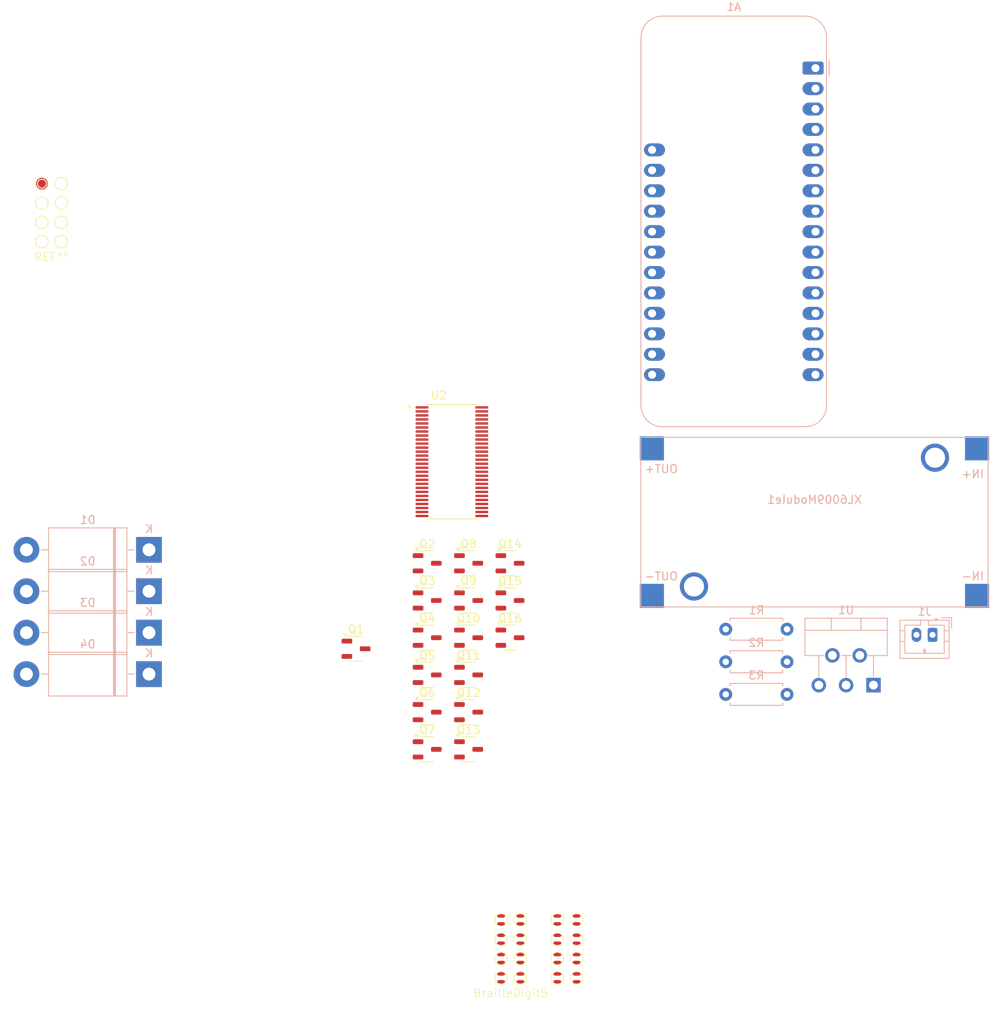
<source format=kicad_pcb>
(kicad_pcb (version 20240108) (generator "pcbnew") (generator_version "8.0")
  (layers (0 "F.Cu" signal) (31 "B.Cu" signal) (34 "B.Paste" user) (35 "F.Paste" user) (36 "B.SilkS" user "B.Silkscreen") (37 "F.SilkS" user "F.Silkscreen") (38 "B.Mask" user) (39 "F.Mask" user) (44 "Edge.Cuts" user))
  (net 0 "")
  (net 2 "Net-(A1-~{RESET})")
  (net 8 "Net-(A1-DAC2{slash}A0)")
  (net 10 "Net-(A1-USB)")
  (net 13 "Net-(A1-SDA{slash}IO23)")
  (net 26 "Net-(R1-Pad2)")
  (net 27 "Net-(A1-SCL{slash}IO22)")
  (net 29 "GND")
  (net 30 "Net-(R2-Pad2)")
  (net 31 "Net-(U1-V+)")
  (net 32 "GND1")
  (net 33 "Net-(T1-AA)")
  (net 35 "Net-(D1-A)")
  (net 36 "Net-(D2-A)")
  (net 59 "Net-(U2-~{RESET})")
  (net 64 "Net-(BrailleDigit5-D1P1)")
  (net 65 "Net-(Q1-B)")
  (net 66 "Vdrive")
  (net 67 "Net-(BrailleDigit5-D2P5)")
  (net 68 "Net-(BrailleDigit5-D2P4)")
  (net 69 "Net-(BrailleDigit5-D1P4)")
  (net 70 "Net-(BrailleDigit5-D2P6)")
  (net 71 "Net-(BrailleDigit5-D1P7)")
  (net 72 "Net-(BrailleDigit5-D1P2)")
  (net 73 "Net-(BrailleDigit5-D1P8)")
  (net 74 "Net-(BrailleDigit5-D2P1)")
  (net 75 "Net-(BrailleDigit5-D2P2)")
  (net 76 "Net-(BrailleDigit5-D1P5)")
  (net 77 "Net-(BrailleDigit5-D2P3)")
  (net 78 "Net-(BrailleDigit5-D1P6)")
  (net 79 "Net-(BrailleDigit5-D2P7)")
  (net 80 "Net-(BrailleDigit5-D1P3)")
  (net 81 "Net-(BrailleDigit5-D2P8)")
  (net 82 "Net-(Q2-B)")
  (net 83 "Net-(Q3-B)")
  (net 84 "Net-(Q4-B)")
  (net 85 "Net-(Q5-B)")
  (net 86 "Net-(Q6-B)")
  (net 87 "Net-(Q7-B)")
  (net 88 "Net-(Q8-B)")
  (net 89 "Net-(Q9-B)")
  (net 90 "Net-(Q10-B)")
  (net 91 "Net-(Q11-B)")
  (net 92 "Net-(Q12-B)")
  (net 93 "Net-(Q13-B)")
  (net 94 "Net-(Q14-B)")
  (net 95 "Net-(Q15-B)")
  (net 96 "Net-(Q16-B)")
  (footprint "Package_TO_SOT_SMD:SOT-23-3" (layer "F.Cu") (at 122.8875 108.425)
    (property "Reference" "Q1" (at 0 -2.4 0) (layer "F.SilkS"))
    (property "Value" "MMBTA42")
    (pad "1" smd roundrect (at -1.1375 -0.95) (size 1.325 0.6) (layers "F.Cu" "F.Paste" "F.Mask") (net 65 "Net-(Q1-B)"))
    (pad "2" smd roundrect (at -1.1375 0.95) (size 1.325 0.6) (layers "F.Cu" "F.Paste" "F.Mask") (net 64 "Net-(BrailleDigit5-D1P1)"))
    (pad "3" smd roundrect (at 1.1375 0) (size 1.325 0.6) (layers "F.Cu" "F.Paste" "F.Mask") (net 66 "Vdrive"))
  )
  (footprint "Package_TO_SOT_SMD:SOT-23-3" (layer "F.Cu") (at 131.7375 97.8)
    (property "Reference" "Q2" (at 0 -2.4 0) (layer "F.SilkS"))
    (property "Value" "MMBTA42")
    (pad "1" smd roundrect (at -1.1375 -0.95) (size 1.325 0.6) (layers "F.Cu" "F.Paste" "F.Mask") (net 82 "Net-(Q2-B)"))
    (pad "2" smd roundrect (at -1.1375 0.95) (size 1.325 0.6) (layers "F.Cu" "F.Paste" "F.Mask") (net 72 "Net-(BrailleDigit5-D1P2)"))
    (pad "3" smd roundrect (at 1.1375 0) (size 1.325 0.6) (layers "F.Cu" "F.Paste" "F.Mask") (net 66 "Vdrive"))
  )
  (footprint "CustomI2CFOOT:PCA9698-SOP50P810X120-56N" (layer "F.Cu") (at 134.81 85.175)
    (property "Reference" "U2" (at -1.626355 -8.241825 0) (layer "F.SilkS") (effects (font (size 1.000827 1.000827))))
    (property "Value" "PCA9698DGG_518")
    (pad "1" smd roundrect (at -3.715 -6.75) (size 1.59 0.29) (layers "F.Cu" "F.Paste" "F.Mask") (roundrect_rratio 0.035) (net 13 "Net-(A1-SDA{slash}IO23)"))
    (pad "2" smd roundrect (at -3.715 -6.25) (size 1.59 0.29) (layers "F.Cu" "F.Paste" "F.Mask") (roundrect_rratio 0.035) (net 27 "Net-(A1-SCL{slash}IO22)"))
    (pad "3" smd roundrect (at -3.715 -5.75) (size 1.59 0.29) (layers "F.Cu" "F.Paste" "F.Mask") (roundrect_rratio 0.035) (net 65 "Net-(Q1-B)"))
    (pad "4" smd roundrect (at -3.715 -5.25) (size 1.59 0.29) (layers "F.Cu" "F.Paste" "F.Mask") (roundrect_rratio 0.035) (net 82 "Net-(Q2-B)"))
    (pad "5" smd roundrect (at -3.715 -4.75) (size 1.59 0.29) (layers "F.Cu" "F.Paste" "F.Mask") (roundrect_rratio 0.035) (net 83 "Net-(Q3-B)"))
    (pad "6" smd roundrect (at -3.715 -4.25) (size 1.59 0.29) (layers "F.Cu" "F.Paste" "F.Mask") (roundrect_rratio 0.035) (net 29 "GND"))
    (pad "7" smd roundrect (at -3.715 -3.75) (size 1.59 0.29) (layers "F.Cu" "F.Paste" "F.Mask") (roundrect_rratio 0.035) (net 84 "Net-(Q4-B)"))
    (pad "8" smd roundrect (at -3.715 -3.25) (size 1.59 0.29) (layers "F.Cu" "F.Paste" "F.Mask") (roundrect_rratio 0.035) (net 85 "Net-(Q5-B)"))
    (pad "9" smd roundrect (at -3.715 -2.75) (size 1.59 0.29) (layers "F.Cu" "F.Paste" "F.Mask") (roundrect_rratio 0.035) (net 86 "Net-(Q6-B)"))
    (pad "10" smd roundrect (at -3.715 -2.25) (size 1.59 0.29) (layers "F.Cu" "F.Paste" "F.Mask") (roundrect_rratio 0.035) (net 87 "Net-(Q7-B)"))
    (pad "11" smd roundrect (at -3.715 -1.75) (size 1.59 0.29) (layers "F.Cu" "F.Paste" "F.Mask") (roundrect_rratio 0.035) (net 29 "GND"))
    (pad "12" smd roundrect (at -3.715 -1.25) (size 1.59 0.29) (layers "F.Cu" "F.Paste" "F.Mask") (roundrect_rratio 0.035) (net 88 "Net-(Q8-B)"))
    (pad "13" smd roundrect (at -3.715 -0.75) (size 1.59 0.29) (layers "F.Cu" "F.Paste" "F.Mask") (roundrect_rratio 0.035) (net 89 "Net-(Q9-B)"))
    (pad "14" smd roundrect (at -3.715 -0.25) (size 1.59 0.29) (layers "F.Cu" "F.Paste" "F.Mask") (roundrect_rratio 0.035) (net 90 "Net-(Q10-B)"))
    (pad "15" smd roundrect (at -3.715 0.25) (size 1.59 0.29) (layers "F.Cu" "F.Paste" "F.Mask") (roundrect_rratio 0.035) (net 91 "Net-(Q11-B)"))
    (pad "16" smd roundrect (at -3.715 0.75) (size 1.59 0.29) (layers "F.Cu" "F.Paste" "F.Mask") (roundrect_rratio 0.035) (net 92 "Net-(Q12-B)"))
    (pad "17" smd roundrect (at -3.715 1.25) (size 1.59 0.29) (layers "F.Cu" "F.Paste" "F.Mask") (roundrect_rratio 0.035) (net 93 "Net-(Q13-B)"))
    (pad "18" smd roundrect (at -3.715 1.75) (size 1.59 0.29) (layers "F.Cu" "F.Paste" "F.Mask") (roundrect_rratio 0.035) (net 31 "Net-(U1-V+)"))
    (pad "19" smd roundrect (at -3.715 2.25) (size 1.59 0.29) (layers "F.Cu" "F.Paste" "F.Mask") (roundrect_rratio 0.035) (net 94 "Net-(Q14-B)"))
    (pad "20" smd roundrect (at -3.715 2.75) (size 1.59 0.29) (layers "F.Cu" "F.Paste" "F.Mask") (roundrect_rratio 0.035) (net 95 "Net-(Q15-B)"))
    (pad "21" smd roundrect (at -3.715 3.25) (size 1.59 0.29) (layers "F.Cu" "F.Paste" "F.Mask") (roundrect_rratio 0.035) (net 96 "Net-(Q16-B)"))
    (pad "22" smd roundrect (at -3.715 3.75) (size 1.59 0.29) (layers "F.Cu" "F.Paste" "F.Mask") (roundrect_rratio 0.035))
    (pad "23" smd roundrect (at -3.715 4.25) (size 1.59 0.29) (layers "F.Cu" "F.Paste" "F.Mask") (roundrect_rratio 0.035) (net 29 "GND"))
    (pad "24" smd roundrect (at -3.715 4.75) (size 1.59 0.29) (layers "F.Cu" "F.Paste" "F.Mask") (roundrect_rratio 0.035))
    (pad "25" smd roundrect (at -3.715 5.25) (size 1.59 0.29) (layers "F.Cu" "F.Paste" "F.Mask") (roundrect_rratio 0.035))
    (pad "26" smd roundrect (at -3.715 5.75) (size 1.59 0.29) (layers "F.Cu" "F.Paste" "F.Mask") (roundrect_rratio 0.035))
    (pad "27" smd roundrect (at -3.715 6.25) (size 1.59 0.29) (layers "F.Cu" "F.Paste" "F.Mask") (roundrect_rratio 0.035) (net 29 "GND"))
    (pad "28" smd roundrect (at -3.715 6.75) (size 1.59 0.29) (layers "F.Cu" "F.Paste" "F.Mask") (roundrect_rratio 0.035) (net 29 "GND"))
    (pad "29" smd roundrect (at 3.715 6.75) (size 1.59 0.29) (layers "F.Cu" "F.Paste" "F.Mask") (roundrect_rratio 0.035) (net 29 "GND"))
    (pad "30" smd roundrect (at 3.715 6.25) (size 1.59 0.29) (layers "F.Cu" "F.Paste" "F.Mask") (roundrect_rratio 0.035))
    (pad "31" smd roundrect (at 3.715 5.75) (size 1.59 0.29) (layers "F.Cu" "F.Paste" "F.Mask") (roundrect_rratio 0.035))
    (pad "32" smd roundrect (at 3.715 5.25) (size 1.59 0.29) (layers "F.Cu" "F.Paste" "F.Mask") (roundrect_rratio 0.035))
    (pad "33" smd roundrect (at 3.715 4.75) (size 1.59 0.29) (layers "F.Cu" "F.Paste" "F.Mask") (roundrect_rratio 0.035))
    (pad "34" smd roundrect (at 3.715 4.25) (size 1.59 0.29) (layers "F.Cu" "F.Paste" "F.Mask") (roundrect_rratio 0.035) (net 29 "GND"))
    (pad "35" smd roundrect (at 3.715 3.75) (size 1.59 0.29) (layers "F.Cu" "F.Paste" "F.Mask") (roundrect_rratio 0.035))
    (pad "36" smd roundrect (at 3.715 3.25) (size 1.59 0.29) (layers "F.Cu" "F.Paste" "F.Mask") (roundrect_rratio 0.035))
    (pad "37" smd roundrect (at 3.715 2.75) (size 1.59 0.29) (layers "F.Cu" "F.Paste" "F.Mask") (roundrect_rratio 0.035))
    (pad "38" smd roundrect (at 3.715 2.25) (size 1.59 0.29) (layers "F.Cu" "F.Paste" "F.Mask") (roundrect_rratio 0.035))
    (pad "39" smd roundrect (at 3.715 1.75) (size 1.59 0.29) (layers "F.Cu" "F.Paste" "F.Mask") (roundrect_rratio 0.035) (net 29 "GND"))
    (pad "40" smd roundrect (at 3.715 1.25) (size 1.59 0.29) (layers "F.Cu" "F.Paste" "F.Mask") (roundrect_rratio 0.035))
    (pad "41" smd roundrect (at 3.715 0.75) (size 1.59 0.29) (layers "F.Cu" "F.Paste" "F.Mask") (roundrect_rratio 0.035))
    (pad "42" smd roundrect (at 3.715 0.25) (size 1.59 0.29) (layers "F.Cu" "F.Paste" "F.Mask") (roundrect_rratio 0.035))
    (pad "43" smd roundrect (at 3.715 -0.25) (size 1.59 0.29) (layers "F.Cu" "F.Paste" "F.Mask") (roundrect_rratio 0.035))
    (pad "44" smd roundrect (at 3.715 -0.75) (size 1.59 0.29) (layers "F.Cu" "F.Paste" "F.Mask") (roundrect_rratio 0.035))
    (pad "45" smd roundrect (at 3.715 -1.25) (size 1.59 0.29) (layers "F.Cu" "F.Paste" "F.Mask") (roundrect_rratio 0.035))
    (pad "46" smd roundrect (at 3.715 -1.75) (size 1.59 0.29) (layers "F.Cu" "F.Paste" "F.Mask") (roundrect_rratio 0.035) (net 31 "Net-(U1-V+)"))
    (pad "47" smd roundrect (at 3.715 -2.25) (size 1.59 0.29) (layers "F.Cu" "F.Paste" "F.Mask") (roundrect_rratio 0.035))
    (pad "48" smd roundrect (at 3.715 -2.75) (size 1.59 0.29) (layers "F.Cu" "F.Paste" "F.Mask") (roundrect_rratio 0.035))
    (pad "49" smd roundrect (at 3.715 -3.25) (size 1.59 0.29) (layers "F.Cu" "F.Paste" "F.Mask") (roundrect_rratio 0.035))
    (pad "50" smd roundrect (at 3.715 -3.75) (size 1.59 0.29) (layers "F.Cu" "F.Paste" "F.Mask") (roundrect_rratio 0.035))
    (pad "51" smd roundrect (at 3.715 -4.25) (size 1.59 0.29) (layers "F.Cu" "F.Paste" "F.Mask") (roundrect_rratio 0.035) (net 29 "GND"))
    (pad "52" smd roundrect (at 3.715 -4.75) (size 1.59 0.29) (layers "F.Cu" "F.Paste" "F.Mask") (roundrect_rratio 0.035))
    (pad "53" smd roundrect (at 3.715 -5.25) (size 1.59 0.29) (layers "F.Cu" "F.Paste" "F.Mask") (roundrect_rratio 0.035))
    (pad "54" smd roundrect (at 3.715 -5.75) (size 1.59 0.29) (layers "F.Cu" "F.Paste" "F.Mask") (roundrect_rratio 0.035))
    (pad "55" smd roundrect (at 3.715 -6.25) (size 1.59 0.29) (layers "F.Cu" "F.Paste" "F.Mask") (roundrect_rratio 0.035))
    (pad "56" smd roundrect (at 3.715 -6.75) (size 1.59 0.29) (layers "F.Cu" "F.Paste" "F.Mask") (roundrect_rratio 0.035) (net 59 "Net-(U2-~{RESET})"))
  )
  (footprint "Package_TO_SOT_SMD:SOT-23-3" (layer "F.Cu") (at 131.7375 107.05)
    (property "Reference" "Q4" (at 0 -2.4 0) (layer "F.SilkS"))
    (property "Value" "MMBTA42")
    (pad "1" smd roundrect (at -1.1375 -0.95) (size 1.325 0.6) (layers "F.Cu" "F.Paste" "F.Mask") (net 84 "Net-(Q4-B)"))
    (pad "2" smd roundrect (at -1.1375 0.95) (size 1.325 0.6) (layers "F.Cu" "F.Paste" "F.Mask") (net 69 "Net-(BrailleDigit5-D1P4)"))
    (pad "3" smd roundrect (at 1.1375 0) (size 1.325 0.6) (layers "F.Cu" "F.Paste" "F.Mask") (net 66 "Vdrive"))
  )
  (footprint "Package_TO_SOT_SMD:SOT-23-3" (layer "F.Cu") (at 136.8875 107.05)
    (property "Reference" "Q10" (at 0 -2.4 0) (layer "F.SilkS"))
    (property "Value" "MMBTA42")
    (pad "1" smd roundrect (at -1.1375 -0.95) (size 1.325 0.6) (layers "F.Cu" "F.Paste" "F.Mask") (net 90 "Net-(Q10-B)"))
    (pad "2" smd roundrect (at -1.1375 0.95) (size 1.325 0.6) (layers "F.Cu" "F.Paste" "F.Mask") (net 75 "Net-(BrailleDigit5-D2P2)"))
    (pad "3" smd roundrect (at 1.1375 0) (size 1.325 0.6) (layers "F.Cu" "F.Paste" "F.Mask") (net 66 "Vdrive"))
  )
  (footprint "Package_TO_SOT_SMD:SOT-23-3" (layer "F.Cu") (at 142.0375 97.8)
    (property "Reference" "Q14" (at 0 -2.4 0) (layer "F.SilkS"))
    (property "Value" "MMBTA42")
    (pad "1" smd roundrect (at -1.1375 -0.95) (size 1.325 0.6) (layers "F.Cu" "F.Paste" "F.Mask") (net 94 "Net-(Q14-B)"))
    (pad "2" smd roundrect (at -1.1375 0.95) (size 1.325 0.6) (layers "F.Cu" "F.Paste" "F.Mask") (net 70 "Net-(BrailleDigit5-D2P6)"))
    (pad "3" smd roundrect (at 1.1375 0) (size 1.325 0.6) (layers "F.Cu" "F.Paste" "F.Mask") (net 66 "Vdrive"))
  )
  (footprint "Package_TO_SOT_SMD:SOT-23-3" (layer "F.Cu") (at 142.0375 107.05)
    (property "Reference" "Q16" (at 0 -2.4 0) (layer "F.SilkS"))
    (property "Value" "MMBTA42")
    (pad "1" smd roundrect (at -1.1375 -0.95) (size 1.325 0.6) (layers "F.Cu" "F.Paste" "F.Mask") (net 96 "Net-(Q16-B)"))
    (pad "2" smd roundrect (at -1.1375 0.95) (size 1.325 0.6) (layers "F.Cu" "F.Paste" "F.Mask") (net 81 "Net-(BrailleDigit5-D2P8)"))
    (pad "3" smd roundrect (at 1.1375 0) (size 1.325 0.6) (layers "F.Cu" "F.Paste" "F.Mask") (net 66 "Vdrive"))
  )
  (footprint "Package_TO_SOT_SMD:SOT-23-3" (layer "F.Cu") (at 136.8875 111.675)
    (property "Reference" "Q11" (at 0 -2.4 0) (layer "F.SilkS"))
    (property "Value" "MMBTA42")
    (pad "1" smd roundrect (at -1.1375 -0.95) (size 1.325 0.6) (layers "F.Cu" "F.Paste" "F.Mask") (net 91 "Net-(Q11-B)"))
    (pad "2" smd roundrect (at -1.1375 0.95) (size 1.325 0.6) (layers "F.Cu" "F.Paste" "F.Mask") (net 77 "Net-(BrailleDigit5-D2P3)"))
    (pad "3" smd roundrect (at 1.1375 0) (size 1.325 0.6) (layers "F.Cu" "F.Paste" "F.Mask") (net 66 "Vdrive"))
  )
  (footprint "Package_TO_SOT_SMD:SOT-23-3" (layer "F.Cu") (at 136.8875 102.425)
    (property "Reference" "Q9" (at 0 -2.4 0) (layer "F.SilkS"))
    (property "Value" "MMBTA42")
    (pad "1" smd roundrect (at -1.1375 -0.95) (size 1.325 0.6) (layers "F.Cu" "F.Paste" "F.Mask") (net 89 "Net-(Q9-B)"))
    (pad "2" smd roundrect (at -1.1375 0.95) (size 1.325 0.6) (layers "F.Cu" "F.Paste" "F.Mask") (net 74 "Net-(BrailleDigit5-D2P1)"))
    (pad "3" smd roundrect (at 1.1375 0) (size 1.325 0.6) (layers "F.Cu" "F.Paste" "F.Mask") (net 66 "Vdrive"))
  )
  (footprint "Package_TO_SOT_SMD:SOT-23-3" (layer "F.Cu") (at 131.7375 102.425)
    (property "Reference" "Q3" (at 0 -2.4 0) (layer "F.SilkS"))
    (property "Value" "MMBTA42")
    (pad "1" smd roundrect (at -1.1375 -0.95) (size 1.325 0.6) (layers "F.Cu" "F.Paste" "F.Mask") (net 83 "Net-(Q3-B)"))
    (pad "2" smd roundrect (at -1.1375 0.95) (size 1.325 0.6) (layers "F.Cu" "F.Paste" "F.Mask") (net 80 "Net-(BrailleDigit5-D1P3)"))
    (pad "3" smd roundrect (at 1.1375 0) (size 1.325 0.6) (layers "F.Cu" "F.Paste" "F.Mask") (net 66 "Vdrive"))
  )
  (footprint "ETDBRFOOT:BraileDigit" (layer "F.Cu") (at 142.125 145.925)
    (property "Reference" "BrailleDigit5" (at 0 5.3 0) (layer "F.SilkS") (effects (font (thickness 0.1))))
    (property "Value" "~")
    (pad "0" smd roundrect (at -1.2 -3.275) (size 1 0.5) (layers "F.Cu" "F.Paste" "F.Mask") (roundrect_rratio 0.5))
    (pad "0" smd roundrect (at -1.2 -0.875) (size 1 0.5) (layers "F.Cu" "F.Paste" "F.Mask") (roundrect_rratio 0.5))
    (pad "0" smd roundrect (at -1.2 1.525) (size 1 0.5) (layers "F.Cu" "F.Paste" "F.Mask") (roundrect_rratio 0.5))
    (pad "0" smd roundrect (at -1.2 3.925) (size 1 0.5) (layers "F.Cu" "F.Paste" "F.Mask") (roundrect_rratio 0.5))
    (pad "0" smd roundrect (at 1.2 -3.275) (size 1 0.5) (layers "F.Cu" "F.Paste" "F.Mask") (roundrect_rratio 0.5))
    (pad "0" smd roundrect (at 1.2 -0.875) (size 1 0.5) (layers "F.Cu" "F.Paste" "F.Mask") (roundrect_rratio 0.5))
    (pad "0" smd roundrect (at 1.2 1.525) (size 1 0.5) (layers "F.Cu" "F.Paste" "F.Mask") (roundrect_rratio 0.5))
    (pad "0" smd roundrect (at 1.2 3.925) (size 1 0.5) (layers "F.Cu" "F.Paste" "F.Mask") (roundrect_rratio 0.5))
    (pad "0" smd roundrect (at 5.8 -3.275) (size 1 0.5) (layers "F.Cu" "F.Paste" "F.Mask") (roundrect_rratio 0.5))
    (pad "0" smd roundrect (at 5.8 -0.875) (size 1 0.5) (layers "F.Cu" "F.Paste" "F.Mask") (roundrect_rratio 0.5))
    (pad "0" smd roundrect (at 5.8 1.525) (size 1 0.5) (layers "F.Cu" "F.Paste" "F.Mask") (roundrect_rratio 0.5))
    (pad "0" smd roundrect (at 5.8 3.925) (size 1 0.5) (layers "F.Cu" "F.Paste" "F.Mask") (roundrect_rratio 0.5))
    (pad "0" smd roundrect (at 8.2 -3.275) (size 1 0.5) (layers "F.Cu" "F.Paste" "F.Mask") (roundrect_rratio 0.5))
    (pad "0" smd roundrect (at 8.2 -0.875) (size 1 0.5) (layers "F.Cu" "F.Paste" "F.Mask") (roundrect_rratio 0.5))
    (pad "0" smd roundrect (at 8.2 1.525) (size 1 0.5) (layers "F.Cu" "F.Paste" "F.Mask") (roundrect_rratio 0.5))
    (pad "0" smd roundrect (at 8.2 3.925) (size 1 0.5) (layers "F.Cu" "F.Paste" "F.Mask") (roundrect_rratio 0.5))
    (pad "1" smd roundrect (at -1.2 -4.325) (size 1 0.5) (layers "F.Cu" "F.Paste" "F.Mask") (roundrect_rratio 0.5) (net 64 "Net-(BrailleDigit5-D1P1)"))
    (pad "2" smd roundrect (at 1.2 -4.325) (size 1 0.5) (layers "F.Cu" "F.Paste" "F.Mask") (roundrect_rratio 0.5) (net 72 "Net-(BrailleDigit5-D1P2)"))
    (pad "3" smd roundrect (at -1.2 -1.925) (size 1 0.5) (layers "F.Cu" "F.Paste" "F.Mask") (roundrect_rratio 0.5) (net 80 "Net-(BrailleDigit5-D1P3)"))
    (pad "4" smd roundrect (at 1.2 -1.925) (size 1 0.5) (layers "F.Cu" "F.Paste" "F.Mask") (roundrect_rratio 0.5) (net 69 "Net-(BrailleDigit5-D1P4)"))
    (pad "5" smd roundrect (at -1.2 0.475) (size 1 0.5) (layers "F.Cu" "F.Paste" "F.Mask") (roundrect_rratio 0.5) (net 76 "Net-(BrailleDigit5-D1P5)"))
    (pad "6" smd roundrect (at 1.2 0.475) (size 1 0.5) (layers "F.Cu" "F.Paste" "F.Mask") (roundrect_rratio 0.5) (net 78 "Net-(BrailleDigit5-D1P6)"))
    (pad "7" smd roundrect (at -1.2 2.875) (size 1 0.5) (layers "F.Cu" "F.Paste" "F.Mask") (roundrect_rratio 0.5) (net 71 "Net-(BrailleDigit5-D1P7)"))
    (pad "8" smd roundrect (at 1.2 2.875) (size 1 0.5) (layers "F.Cu" "F.Paste" "F.Mask") (roundrect_rratio 0.5) (net 73 "Net-(BrailleDigit5-D1P8)"))
    (pad "9" smd roundrect (at 5.8 -4.325) (size 1 0.5) (layers "F.Cu" "F.Paste" "F.Mask") (roundrect_rratio 0.5) (net 74 "Net-(BrailleDigit5-D2P1)"))
    (pad "10" smd roundrect (at 8.2 -4.325) (size 1 0.5) (layers "F.Cu" "F.Paste" "F.Mask") (roundrect_rratio 0.5) (net 75 "Net-(BrailleDigit5-D2P2)"))
    (pad "11" smd roundrect (at 5.8 -1.925) (size 1 0.5) (layers "F.Cu" "F.Paste" "F.Mask") (roundrect_rratio 0.5) (net 77 "Net-(BrailleDigit5-D2P3)"))
    (pad "12" smd roundrect (at 8.2 -1.925) (size 1 0.5) (layers "F.Cu" "F.Paste" "F.Mask") (roundrect_rratio 0.5) (net 68 "Net-(BrailleDigit5-D2P4)"))
    (pad "13" smd roundrect (at 5.8 0.475) (size 1 0.5) (layers "F.Cu" "F.Paste" "F.Mask") (roundrect_rratio 0.5) (net 67 "Net-(BrailleDigit5-D2P5)"))
    (pad "14" smd roundrect (at 8.2 0.475) (size 1 0.5) (layers "F.Cu" "F.Paste" "F.Mask") (roundrect_rratio 0.5) (net 70 "Net-(BrailleDigit5-D2P6)"))
    (pad "15" smd roundrect (at 5.8 2.875) (size 1 0.5) (layers "F.Cu" "F.Paste" "F.Mask") (roundrect_rratio 0.5) (net 79 "Net-(BrailleDigit5-D2P7)"))
    (pad "16" smd roundrect (at 8.2 2.875) (size 1 0.5) (layers "F.Cu" "F.Paste" "F.Mask") (roundrect_rratio 0.5) (net 81 "Net-(BrailleDigit5-D2P8)"))
  )
  (footprint "Package_TO_SOT_SMD:SOT-23-3" (layer "F.Cu") (at 131.7375 120.925)
    (property "Reference" "Q7" (at 0 -2.4 0) (layer "F.SilkS"))
    (property "Value" "MMBTA42")
    (pad "1" smd roundrect (at -1.1375 -0.95) (size 1.325 0.6) (layers "F.Cu" "F.Paste" "F.Mask") (net 87 "Net-(Q7-B)"))
    (pad "2" smd roundrect (at -1.1375 0.95) (size 1.325 0.6) (layers "F.Cu" "F.Paste" "F.Mask") (net 71 "Net-(BrailleDigit5-D1P7)"))
    (pad "3" smd roundrect (at 1.1375 0) (size 1.325 0.6) (layers "F.Cu" "F.Paste" "F.Mask") (net 66 "Vdrive"))
  )
  (footprint "Package_TO_SOT_SMD:SOT-23-3" (layer "F.Cu") (at 142.0375 102.425)
    (property "Reference" "Q15" (at 0 -2.4 0) (layer "F.SilkS"))
    (property "Value" "MMBTA42")
    (pad "1" smd roundrect (at -1.1375 -0.95) (size 1.325 0.6) (layers "F.Cu" "F.Paste" "F.Mask") (net 95 "Net-(Q15-B)"))
    (pad "2" smd roundrect (at -1.1375 0.95) (size 1.325 0.6) (layers "F.Cu" "F.Paste" "F.Mask") (net 79 "Net-(BrailleDigit5-D2P7)"))
    (pad "3" smd roundrect (at 1.1375 0) (size 1.325 0.6) (layers "F.Cu" "F.Paste" "F.Mask") (net 66 "Vdrive"))
  )
  (footprint "Package_TO_SOT_SMD:SOT-23-3" (layer "F.Cu") (at 136.8875 116.3)
    (property "Reference" "Q12" (at 0 -2.4 0) (layer "F.SilkS"))
    (property "Value" "MMBTA42")
    (pad "1" smd roundrect (at -1.1375 -0.95) (size 1.325 0.6) (layers "F.Cu" "F.Paste" "F.Mask") (net 92 "Net-(Q12-B)"))
    (pad "2" smd roundrect (at -1.1375 0.95) (size 1.325 0.6) (layers "F.Cu" "F.Paste" "F.Mask") (net 68 "Net-(BrailleDigit5-D2P4)"))
    (pad "3" smd roundrect (at 1.1375 0) (size 1.325 0.6) (layers "F.Cu" "F.Paste" "F.Mask") (net 66 "Vdrive"))
  )
  (footprint "Package_TO_SOT_SMD:SOT-23-3" (layer "F.Cu") (at 131.7375 116.3)
    (property "Reference" "Q6" (at 0 -2.4 0) (layer "F.SilkS"))
    (property "Value" "MMBTA42")
    (pad "1" smd roundrect (at -1.1375 -0.95) (size 1.325 0.6) (layers "F.Cu" "F.Paste" "F.Mask") (net 86 "Net-(Q6-B)"))
    (pad "2" smd roundrect (at -1.1375 0.95) (size 1.325 0.6) (layers "F.Cu" "F.Paste" "F.Mask") (net 78 "Net-(BrailleDigit5-D1P6)"))
    (pad "3" smd roundrect (at 1.1375 0) (size 1.325 0.6) (layers "F.Cu" "F.Paste" "F.Mask") (net 66 "Vdrive"))
  )
  (footprint "ETDBRFOOT:v2_1xBrailleDigit" (layer "F.Cu") (at 85.025 54.425)
    (property "Reference" "REF**" (at 0 5.3 0) (layer "F.SilkS") (effects (font (thickness 0.1))))
    (property "Value" "v2_1xBrailleDigit")
    (pad "1" smd circle (at -1.2 -3.8) (size 1 1) (layers "F.Cu" "F.Paste" "F.Mask"))
    (pad "2" smd custom (at -0.492894 -3.8) (size 0.1 0.1) (layers "F.Cu" "F.Paste" "F.Mask") (options (clearance outline) (anchor circle)) (primitives (gr_circle (center -0.707106 0) (end -0.207106 0.5) (width 0.2) (fill no))))
  )
  (footprint "Package_TO_SOT_SMD:SOT-23-3" (layer "F.Cu") (at 131.7375 111.675)
    (property "Reference" "Q5" (at 0 -2.4 0) (layer "F.SilkS"))
    (property "Value" "MMBTA42")
    (pad "1" smd roundrect (at -1.1375 -0.95) (size 1.325 0.6) (layers "F.Cu" "F.Paste" "F.Mask") (net 85 "Net-(Q5-B)"))
    (pad "2" smd roundrect (at -1.1375 0.95) (size 1.325 0.6) (layers "F.Cu" "F.Paste" "F.Mask") (net 76 "Net-(BrailleDigit5-D1P5)"))
    (pad "3" smd roundrect (at 1.1375 0) (size 1.325 0.6) (layers "F.Cu" "F.Paste" "F.Mask") (net 66 "Vdrive"))
  )
  (footprint "Package_TO_SOT_SMD:SOT-23-3" (layer "F.Cu") (at 136.8875 120.925)
    (property "Reference" "Q13" (at 0 -2.4 0) (layer "F.SilkS"))
    (property "Value" "MMBTA42")
    (pad "1" smd roundrect (at -1.1375 -0.95) (size 1.325 0.6) (layers "F.Cu" "F.Paste" "F.Mask") (net 93 "Net-(Q13-B)"))
    (pad "2" smd roundrect (at -1.1375 0.95) (size 1.325 0.6) (layers "F.Cu" "F.Paste" "F.Mask") (net 67 "Net-(BrailleDigit5-D2P5)"))
    (pad "3" smd roundrect (at 1.1375 0) (size 1.325 0.6) (layers "F.Cu" "F.Paste" "F.Mask") (net 66 "Vdrive"))
  )
  (footprint "Package_TO_SOT_SMD:SOT-23-3" (layer "F.Cu") (at 136.8875 97.8)
    (property "Reference" "Q8" (at 0 -2.4 0) (layer "F.SilkS"))
    (property "Value" "MMBTA42")
    (pad "1" smd roundrect (at -1.1375 -0.95) (size 1.325 0.6) (layers "F.Cu" "F.Paste" "F.Mask") (net 88 "Net-(Q8-B)"))
    (pad "2" smd roundrect (at -1.1375 0.95) (size 1.325 0.6) (layers "F.Cu" "F.Paste" "F.Mask") (net 73 "Net-(BrailleDigit5-D1P8)"))
    (pad "3" smd roundrect (at 1.1375 0) (size 1.325 0.6) (layers "F.Cu" "F.Paste" "F.Mask") (net 66 "Vdrive"))
  )
  (footprint "Package_TO_SOT_THT:TO-220-5_P3.4x3.7mm_StaggerOdd_Lead3.8mm_Vertical" (layer "B.Cu") (at 187.235 112.945 180)
    (property "Reference" "U1" (at 3.4 9.32 0) (layer "B.SilkS") (effects (justify mirror)))
    (property "Value" "LM675")
    (pad "1" thru_hole rect (at 0 0 180) (size 1.8 1.8) (drill 1.1) (layers "*.Cu" "*.Mask") (net 8 "Net-(A1-DAC2{slash}A0)"))
    (pad "2" thru_hole oval (at 1.7 3.7 180) (size 1.8 1.8) (drill 1.1) (layers "*.Cu" "*.Mask") (net 29 "GND"))
    (pad "3" thru_hole oval (at 3.4 0 180) (size 1.8 1.8) (drill 1.1) (layers "*.Cu" "*.Mask") (net 29 "GND"))
    (pad "4" thru_hole oval (at 5.1 3.7 180) (size 1.8 1.8) (drill 1.1) (layers "*.Cu" "*.Mask") (net 30 "Net-(R2-Pad2)"))
    (pad "5" thru_hole oval (at 6.8 0 180) (size 1.8 1.8) (drill 1.1) (layers "*.Cu" "*.Mask") (net 31 "Net-(U1-V+)"))
  )
  (footprint "Diode_THT:D_DO-201AD_P15.24mm_Horizontal" (layer "B.Cu") (at 97.145 96.125 180)
    (property "Reference" "D1" (at 7.62 3.72 0) (layer "B.SilkS") (effects (justify mirror)))
    (property "Value" "UF5408")
    (fp_text user "K" (at 0 2.6 0) (layer "B.SilkS") (effects (justify mirror)))
    (pad "1" thru_hole rect (at 0 0 180) (size 3.2 3.2) (drill 1.6) (layers "*.Cu" "*.Mask") (net 66 "Vdrive"))
    (pad "2" thru_hole oval (at 15.24 0 180) (size 3.2 3.2) (drill 1.6) (layers "*.Cu" "*.Mask") (net 35 "Net-(D1-A)"))
  )
  (footprint "Resistor_THT:R_Axial_DIN0207_L6.3mm_D2.5mm_P7.62mm_Horizontal" (layer "B.Cu") (at 176.485 105.995 180)
    (property "Reference" "R1" (at 3.81 2.37 0) (layer "B.SilkS") (effects (justify mirror)))
    (property "Value" "1kΩ")
    (pad "1" thru_hole circle (at 0 0 180) (size 1.6 1.6) (drill 0.8) (layers "*.Cu" "*.Mask") (net 29 "GND"))
    (pad "2" thru_hole oval (at 7.62 0 180) (size 1.6 1.6) (drill 0.8) (layers "*.Cu" "*.Mask") (net 26 "Net-(R1-Pad2)"))
  )
  (footprint "Diode_THT:D_DO-201AD_P15.24mm_Horizontal" (layer "B.Cu") (at 97.145 106.425 180)
    (property "Reference" "D3" (at 7.62 3.72 0) (layer "B.SilkS") (effects (justify mirror)))
    (property "Value" "UF5408")
    (fp_text user "K" (at 0 2.6 0) (layer "B.SilkS") (effects (justify mirror)))
    (pad "1" thru_hole rect (at 0 0 180) (size 3.2 3.2) (drill 1.6) (layers "*.Cu" "*.Mask") (net 36 "Net-(D2-A)"))
    (pad "2" thru_hole oval (at 15.24 0 180) (size 3.2 3.2) (drill 1.6) (layers "*.Cu" "*.Mask") (net 32 "GND1"))
  )
  (footprint "Resistor_THT:R_Axial_DIN0207_L6.3mm_D2.5mm_P7.62mm_Horizontal" (layer "B.Cu") (at 176.485 114.095 180)
    (property "Reference" "R3" (at 3.81 2.37 0) (layer "B.SilkS") (effects (justify mirror)))
    (property "Value" "?Ω")
    (pad "1" thru_hole circle (at 0 0 180) (size 1.6 1.6) (drill 0.8) (layers "*.Cu" "*.Mask") (net 30 "Net-(R2-Pad2)"))
    (pad "2" thru_hole oval (at 7.62 0 180) (size 1.6 1.6) (drill 0.8) (layers "*.Cu" "*.Mask") (net 33 "Net-(T1-AA)"))
  )
  (footprint "Module:Adafruit_Feather" (layer "B.Cu") (at 180.025 36.265 180)
    (property "Reference" "A1" (at 10.16 7.62 0) (layer "B.SilkS") (effects (justify mirror)))
    (property "Value" "Adafruit_Feather_HUZZAH32_ESP32")
    (pad "1" thru_hole roundrect (at 0 0 180) (size 2.6 1.6) (drill 1 (offset 0.3 0)) (layers "*.Cu" "*.Mask") (roundrect_rratio 0.15625) (net 2 "Net-(A1-~{RESET})"))
    (pad "2" thru_hole oval (at 0 -2.54 180) (size 2.6 1.6) (drill 1 (offset 0.3 0)) (layers "*.Cu" "*.Mask"))
    (pad "3" thru_hole oval (at 0 -5.08 180) (size 2.6 1.6) (drill 1 (offset 0.3 0)) (layers "*.Cu" "*.Mask"))
    (pad "4" thru_hole oval (at 0 -7.62 180) (size 2.6 1.6) (drill 1 (offset 0.3 0)) (layers "*.Cu" "*.Mask") (net 29 "GND"))
    (pad "5" thru_hole oval (at 0 -10.16 180) (size 2.6 1.6) (drill 1 (offset 0.3 0)) (layers "*.Cu" "*.Mask") (net 8 "Net-(A1-DAC2{slash}A0)"))
    (pad "6" thru_hole oval (at 0 -12.7 180) (size 2.6 1.6) (drill 1 (offset 0.3 0)) (layers "*.Cu" "*.Mask"))
    (pad "7" thru_hole oval (at 0 -15.24 180) (size 2.6 1.6) (drill 1 (offset 0.3 0)) (layers "*.Cu" "*.Mask"))
    (pad "8" thru_hole oval (at 0 -17.78 180) (size 2.6 1.6) (drill 1 (offset 0.3 0)) (layers "*.Cu" "*.Mask"))
    (pad "9" thru_hole oval (at 0 -20.32 180) (size 2.6 1.6) (drill 1 (offset 0.3 0)) (layers "*.Cu" "*.Mask"))
    (pad "10" thru_hole oval (at 0 -22.86 180) (size 2.6 1.6) (drill 1 (offset 0.3 0)) (layers "*.Cu" "*.Mask"))
    (pad "11" thru_hole oval (at 0 -25.4 180) (size 2.6 1.6) (drill 1 (offset 0.3 0)) (layers "*.Cu" "*.Mask"))
    (pad "12" thru_hole oval (at 0 -27.94 180) (size 2.6 1.6) (drill 1 (offset 0.3 0)) (layers "*.Cu" "*.Mask"))
    (pad "13" thru_hole oval (at 0 -30.48 180) (size 2.6 1.6) (drill 1 (offset 0.3 0)) (layers "*.Cu" "*.Mask"))
    (pad "14" thru_hole oval (at 0 -33.02 180) (size 2.6 1.6) (drill 1 (offset 0.3 0)) (layers "*.Cu" "*.Mask"))
    (pad "15" thru_hole oval (at 0 -35.56 180) (size 2.6 1.6) (drill 1 (offset 0.3 0)) (layers "*.Cu" "*.Mask"))
    (pad "16" thru_hole oval (at 0 -38.1 180) (size 2.6 1.6) (drill 1 (offset 0.3 0)) (layers "*.Cu" "*.Mask"))
    (pad "17" thru_hole oval (at 20.32 -38.1) (size 2.6 1.6) (drill 1 (offset 0.3 0)) (layers "*.Cu" "*.Mask") (net 13 "Net-(A1-SDA{slash}IO23)"))
    (pad "18" thru_hole oval (at 20.32 -35.56) (size 2.6 1.6) (drill 1 (offset 0.3 0)) (layers "*.Cu" "*.Mask") (net 27 "Net-(A1-SCL{slash}IO22)"))
    (pad "19" thru_hole oval (at 20.32 -33.02) (size 2.6 1.6) (drill 1 (offset 0.3 0)) (layers "*.Cu" "*.Mask"))
    (pad "20" thru_hole oval (at 20.32 -30.48) (size 2.6 1.6) (drill 1 (offset 0.3 0)) (layers "*.Cu" "*.Mask"))
    (pad "21" thru_hole oval (at 20.32 -27.94) (size 2.6 1.6) (drill 1 (offset 0.3 0)) (layers "*.Cu" "*.Mask"))
    (pad "22" thru_hole oval (at 20.32 -25.4) (size 2.6 1.6) (drill 1 (offset 0.3 0)) (layers "*.Cu" "*.Mask"))
    (pad "23" thru_hole oval (at 20.32 -22.86) (size 2.6 1.6) (drill 1 (offset 0.3 0)) (layers "*.Cu" "*.Mask"))
    (pad "24" thru_hole oval (at 20.32 -20.32) (size 2.6 1.6) (drill 1 (offset 0.3 0)) (layers "*.Cu" "*.Mask"))
    (pad "25" thru_hole oval (at 20.32 -17.78) (size 2.6 1.6) (drill 1 (offset 0.3 0)) (layers "*.Cu" "*.Mask"))
    (pad "26" thru_hole oval (at 20.32 -15.24) (size 2.6 1.6) (drill 1 (offset 0.3 0)) (layers "*.Cu" "*.Mask") (net 10 "Net-(A1-USB)"))
    (pad "27" thru_hole oval (at 20.32 -12.7) (size 2.6 1.6) (drill 1 (offset 0.3 0)) (layers "*.Cu" "*.Mask"))
    (pad "28" thru_hole oval (at 20.32 -10.16) (size 2.6 1.6) (drill 1 (offset 0.3 0)) (layers "*.Cu" "*.Mask"))
  )
  (footprint "Diode_THT:D_DO-201AD_P15.24mm_Horizontal" (layer "B.Cu") (at 97.145 111.575 180)
    (property "Reference" "D4" (at 7.62 3.72 0) (layer "B.SilkS") (effects (justify mirror)))
    (property "Value" "UF5408")
    (fp_text user "K" (at 0 2.6 0) (layer "B.SilkS") (effects (justify mirror)))
    (pad "1" thru_hole rect (at 0 0 180) (size 3.2 3.2) (drill 1.6) (layers "*.Cu" "*.Mask") (net 35 "Net-(D1-A)"))
    (pad "2" thru_hole oval (at 15.24 0 180) (size 3.2 3.2) (drill 1.6) (layers "*.Cu" "*.Mask") (net 32 "GND1"))
  )
  (footprint "CustomDCDCBoostFOOT:XL6009ModuleFOOT" (layer "B.Cu") (at 201.492 103.224 180)
    (property "Reference" "XL6009Module1" (at 21.59 13.335 0) (layer "B.SilkS") (effects (justify mirror)))
    (property "Value" "~")
    (fp_text user "IN-" (at 1.905 3.81 0) (layer "B.SilkS") (effects (justify mirror)))
    (fp_text user "IN+" (at 1.905 16.51 0) (layer "B.SilkS") (effects (justify mirror)))
    (fp_text user "OUT+" (at 40.64 17.145 0) (layer "B.SilkS") (effects (justify mirror)))
    (fp_text user "OUT-" (at 40.64 3.81 0) (layer "B.SilkS") (effects (justify mirror)))
    (pad "1" smd rect (at 1.373 19.709 180) (size 3 3) (layers "B.Cu" "B.Paste" "B.Mask") (net 10 "Net-(A1-USB)"))
    (pad "2" smd rect (at 1.373 1.373 180) (size 3 3) (layers "B.Cu" "B.Paste" "B.Mask") (net 29 "GND"))
    (pad "3" smd rect (at 41.807 1.373 180) (size 3 3) (layers "B.Cu" "B.Paste" "B.Mask") (net 29 "GND"))
    (pad "4" smd rect (at 41.807 19.709 180) (size 3 3) (layers "B.Cu" "B.Paste" "B.Mask") (net 31 "Net-(U1-V+)"))
    (pad "5" thru_hole circle (at 6.604 18.542 180) (size 3.5 3.5) (drill 2.5) (layers "*.Cu" "*.Mask"))
    (pad "6" thru_hole circle (at 36.576 2.54 180) (size 3.5 3.5) (drill 2.5) (layers "*.Cu" "*.Mask"))
  )
  (footprint "Connector_JST:JST_PH_B2B-PH-K_1x02_P2.00mm_Vertical" (layer "B.Cu") (at 194.585 106.695 180)
    (property "Reference" "J1" (at 1 2.9 0) (layer "B.SilkS") (effects (justify mirror)))
    (property "Value" "5Vin (batt-boosted)")
    (pad "1" thru_hole roundrect (at 0 0 180) (size 1.2 1.75) (drill 0.75) (layers "*.Cu" "*.Mask") (roundrect_rratio 0.208333) (net 10 "Net-(A1-USB)"))
    (pad "2" thru_hole oval (at 2 0 180) (size 1.2 1.75) (drill 0.75) (layers "*.Cu" "*.Mask") (net 29 "GND"))
  )
  (footprint "Resistor_THT:R_Axial_DIN0207_L6.3mm_D2.5mm_P7.62mm_Horizontal" (layer "B.Cu") (at 176.485 110.045 180)
    (property "Reference" "R2" (at 3.81 2.37 0) (layer "B.SilkS") (effects (justify mirror)))
    (property "Value" "0Ω")
    (pad "1" thru_hole circle (at 0 0 180) (size 1.6 1.6) (drill 0.8) (layers "*.Cu" "*.Mask") (net 26 "Net-(R1-Pad2)"))
    (pad "2" thru_hole oval (at 7.62 0 180) (size 1.6 1.6) (drill 0.8) (layers "*.Cu" "*.Mask") (net 30 "Net-(R2-Pad2)"))
  )
  (footprint "Diode_THT:D_DO-201AD_P15.24mm_Horizontal" (layer "B.Cu") (at 97.145 101.275 180)
    (property "Reference" "D2" (at 7.62 3.72 0) (layer "B.SilkS") (effects (justify mirror)))
    (property "Value" "UF5408")
    (fp_text user "K" (at 0 2.6 0) (layer "B.SilkS") (effects (justify mirror)))
    (pad "1" thru_hole rect (at 0 0 180) (size 3.2 3.2) (drill 1.6) (layers "*.Cu" "*.Mask") (net 66 "Vdrive"))
    (pad "2" thru_hole oval (at 15.24 0 180) (size 3.2 3.2) (drill 1.6) (layers "*.Cu" "*.Mask") (net 36 "Net-(D2-A)"))
  )
)
</source>
